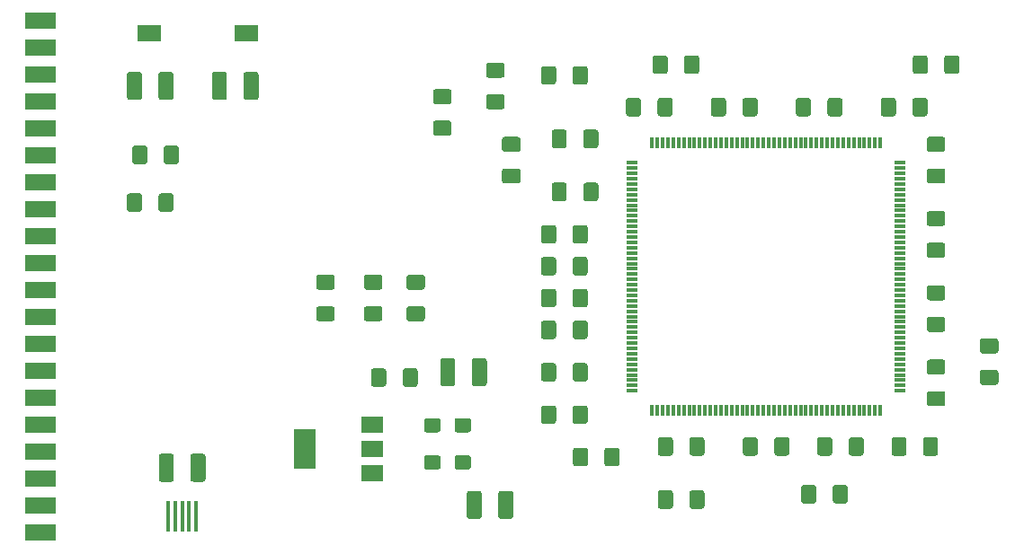
<source format=gtp>
%TF.GenerationSoftware,KiCad,Pcbnew,5.1.9+dfsg1-1~bpo10+1*%
%TF.CreationDate,2021-03-25T14:45:09+01:00*%
%TF.ProjectId,stduinof429,73746475-696e-46f6-9634-32392e6b6963,rev?*%
%TF.SameCoordinates,Original*%
%TF.FileFunction,Paste,Top*%
%TF.FilePolarity,Positive*%
%FSLAX46Y46*%
G04 Gerber Fmt 4.6, Leading zero omitted, Abs format (unit mm)*
G04 Created by KiCad (PCBNEW 5.1.9+dfsg1-1~bpo10+1) date 2021-03-25 14:45:09*
%MOMM*%
%LPD*%
G01*
G04 APERTURE LIST*
%ADD10R,3.000000X1.524000*%
%ADD11R,2.180000X1.600000*%
%ADD12R,0.400000X3.000000*%
%ADD13R,2.000000X3.800000*%
%ADD14R,2.000000X1.500000*%
%ADD15R,1.120000X0.300000*%
%ADD16R,0.300000X1.120000*%
G04 APERTURE END LIST*
D10*
X88646000Y-75235000D03*
X88646000Y-77775000D03*
X88646000Y-80315000D03*
X88646000Y-82855000D03*
X88646000Y-85395000D03*
X88646000Y-87935000D03*
X88646000Y-90475000D03*
X88646000Y-93015000D03*
X88646000Y-95555000D03*
X88646000Y-98095000D03*
X88646000Y-100635000D03*
X88646000Y-103175000D03*
X88646000Y-105715000D03*
X88646000Y-108255000D03*
X88646000Y-110795000D03*
X88646000Y-113335000D03*
X88646000Y-115875000D03*
X88646000Y-118415000D03*
X88646000Y-120955000D03*
X88646000Y-123495000D03*
D11*
X108088000Y-76365000D03*
X98908000Y-76365000D03*
D12*
X103297100Y-121975000D03*
X102647100Y-121975000D03*
X101997100Y-121975000D03*
X101347100Y-121975000D03*
X100692440Y-121974860D03*
D13*
X113563000Y-115570000D03*
D14*
X119863000Y-115570000D03*
X119863000Y-113270000D03*
X119863000Y-117870000D03*
G36*
G01*
X173773000Y-79990000D02*
X173773000Y-78740000D01*
G75*
G02*
X174023000Y-78490000I250000J0D01*
G01*
X174948000Y-78490000D01*
G75*
G02*
X175198000Y-78740000I0J-250000D01*
G01*
X175198000Y-79990000D01*
G75*
G02*
X174948000Y-80240000I-250000J0D01*
G01*
X174023000Y-80240000D01*
G75*
G02*
X173773000Y-79990000I0J250000D01*
G01*
G37*
G36*
G01*
X170798000Y-79990000D02*
X170798000Y-78740000D01*
G75*
G02*
X171048000Y-78490000I250000J0D01*
G01*
X171973000Y-78490000D01*
G75*
G02*
X172223000Y-78740000I0J-250000D01*
G01*
X172223000Y-79990000D01*
G75*
G02*
X171973000Y-80240000I-250000J0D01*
G01*
X171048000Y-80240000D01*
G75*
G02*
X170798000Y-79990000I0J250000D01*
G01*
G37*
G36*
G01*
X166198000Y-114740000D02*
X166198000Y-115990000D01*
G75*
G02*
X165948000Y-116240000I-250000J0D01*
G01*
X165023000Y-116240000D01*
G75*
G02*
X164773000Y-115990000I0J250000D01*
G01*
X164773000Y-114740000D01*
G75*
G02*
X165023000Y-114490000I250000J0D01*
G01*
X165948000Y-114490000D01*
G75*
G02*
X166198000Y-114740000I0J-250000D01*
G01*
G37*
G36*
G01*
X163223000Y-114740000D02*
X163223000Y-115990000D01*
G75*
G02*
X162973000Y-116240000I-250000J0D01*
G01*
X162048000Y-116240000D01*
G75*
G02*
X161798000Y-115990000I0J250000D01*
G01*
X161798000Y-114740000D01*
G75*
G02*
X162048000Y-114490000I250000J0D01*
G01*
X162973000Y-114490000D01*
G75*
G02*
X163223000Y-114740000I0J-250000D01*
G01*
G37*
G36*
G01*
X139773000Y-86990000D02*
X139773000Y-85740000D01*
G75*
G02*
X140023000Y-85490000I250000J0D01*
G01*
X140948000Y-85490000D01*
G75*
G02*
X141198000Y-85740000I0J-250000D01*
G01*
X141198000Y-86990000D01*
G75*
G02*
X140948000Y-87240000I-250000J0D01*
G01*
X140023000Y-87240000D01*
G75*
G02*
X139773000Y-86990000I0J250000D01*
G01*
G37*
G36*
G01*
X136798000Y-86990000D02*
X136798000Y-85740000D01*
G75*
G02*
X137048000Y-85490000I250000J0D01*
G01*
X137973000Y-85490000D01*
G75*
G02*
X138223000Y-85740000I0J-250000D01*
G01*
X138223000Y-86990000D01*
G75*
G02*
X137973000Y-87240000I-250000J0D01*
G01*
X137048000Y-87240000D01*
G75*
G02*
X136798000Y-86990000I0J250000D01*
G01*
G37*
G36*
G01*
X143798000Y-83990000D02*
X143798000Y-82740000D01*
G75*
G02*
X144048000Y-82490000I250000J0D01*
G01*
X144973000Y-82490000D01*
G75*
G02*
X145223000Y-82740000I0J-250000D01*
G01*
X145223000Y-83990000D01*
G75*
G02*
X144973000Y-84240000I-250000J0D01*
G01*
X144048000Y-84240000D01*
G75*
G02*
X143798000Y-83990000I0J250000D01*
G01*
G37*
G36*
G01*
X146773000Y-83990000D02*
X146773000Y-82740000D01*
G75*
G02*
X147023000Y-82490000I250000J0D01*
G01*
X147948000Y-82490000D01*
G75*
G02*
X148198000Y-82740000I0J-250000D01*
G01*
X148198000Y-83990000D01*
G75*
G02*
X147948000Y-84240000I-250000J0D01*
G01*
X147023000Y-84240000D01*
G75*
G02*
X146773000Y-83990000I0J250000D01*
G01*
G37*
G36*
G01*
X153223000Y-82740000D02*
X153223000Y-83990000D01*
G75*
G02*
X152973000Y-84240000I-250000J0D01*
G01*
X152048000Y-84240000D01*
G75*
G02*
X151798000Y-83990000I0J250000D01*
G01*
X151798000Y-82740000D01*
G75*
G02*
X152048000Y-82490000I250000J0D01*
G01*
X152973000Y-82490000D01*
G75*
G02*
X153223000Y-82740000I0J-250000D01*
G01*
G37*
G36*
G01*
X156198000Y-82740000D02*
X156198000Y-83990000D01*
G75*
G02*
X155948000Y-84240000I-250000J0D01*
G01*
X155023000Y-84240000D01*
G75*
G02*
X154773000Y-83990000I0J250000D01*
G01*
X154773000Y-82740000D01*
G75*
G02*
X155023000Y-82490000I250000J0D01*
G01*
X155948000Y-82490000D01*
G75*
G02*
X156198000Y-82740000I0J-250000D01*
G01*
G37*
G36*
G01*
X159798000Y-83990000D02*
X159798000Y-82740000D01*
G75*
G02*
X160048000Y-82490000I250000J0D01*
G01*
X160973000Y-82490000D01*
G75*
G02*
X161223000Y-82740000I0J-250000D01*
G01*
X161223000Y-83990000D01*
G75*
G02*
X160973000Y-84240000I-250000J0D01*
G01*
X160048000Y-84240000D01*
G75*
G02*
X159798000Y-83990000I0J250000D01*
G01*
G37*
G36*
G01*
X162773000Y-83990000D02*
X162773000Y-82740000D01*
G75*
G02*
X163023000Y-82490000I250000J0D01*
G01*
X163948000Y-82490000D01*
G75*
G02*
X164198000Y-82740000I0J-250000D01*
G01*
X164198000Y-83990000D01*
G75*
G02*
X163948000Y-84240000I-250000J0D01*
G01*
X163023000Y-84240000D01*
G75*
G02*
X162773000Y-83990000I0J250000D01*
G01*
G37*
G36*
G01*
X169223000Y-82740000D02*
X169223000Y-83990000D01*
G75*
G02*
X168973000Y-84240000I-250000J0D01*
G01*
X168048000Y-84240000D01*
G75*
G02*
X167798000Y-83990000I0J250000D01*
G01*
X167798000Y-82740000D01*
G75*
G02*
X168048000Y-82490000I250000J0D01*
G01*
X168973000Y-82490000D01*
G75*
G02*
X169223000Y-82740000I0J-250000D01*
G01*
G37*
G36*
G01*
X172198000Y-82740000D02*
X172198000Y-83990000D01*
G75*
G02*
X171948000Y-84240000I-250000J0D01*
G01*
X171023000Y-84240000D01*
G75*
G02*
X170773000Y-83990000I0J250000D01*
G01*
X170773000Y-82740000D01*
G75*
G02*
X171023000Y-82490000I250000J0D01*
G01*
X171948000Y-82490000D01*
G75*
G02*
X172198000Y-82740000I0J-250000D01*
G01*
G37*
G36*
G01*
X173623000Y-90565000D02*
X172373000Y-90565000D01*
G75*
G02*
X172123000Y-90315000I0J250000D01*
G01*
X172123000Y-89390000D01*
G75*
G02*
X172373000Y-89140000I250000J0D01*
G01*
X173623000Y-89140000D01*
G75*
G02*
X173873000Y-89390000I0J-250000D01*
G01*
X173873000Y-90315000D01*
G75*
G02*
X173623000Y-90565000I-250000J0D01*
G01*
G37*
G36*
G01*
X173623000Y-87590000D02*
X172373000Y-87590000D01*
G75*
G02*
X172123000Y-87340000I0J250000D01*
G01*
X172123000Y-86415000D01*
G75*
G02*
X172373000Y-86165000I250000J0D01*
G01*
X173623000Y-86165000D01*
G75*
G02*
X173873000Y-86415000I0J-250000D01*
G01*
X173873000Y-87340000D01*
G75*
G02*
X173623000Y-87590000I-250000J0D01*
G01*
G37*
G36*
G01*
X172373000Y-96140000D02*
X173623000Y-96140000D01*
G75*
G02*
X173873000Y-96390000I0J-250000D01*
G01*
X173873000Y-97315000D01*
G75*
G02*
X173623000Y-97565000I-250000J0D01*
G01*
X172373000Y-97565000D01*
G75*
G02*
X172123000Y-97315000I0J250000D01*
G01*
X172123000Y-96390000D01*
G75*
G02*
X172373000Y-96140000I250000J0D01*
G01*
G37*
G36*
G01*
X172373000Y-93165000D02*
X173623000Y-93165000D01*
G75*
G02*
X173873000Y-93415000I0J-250000D01*
G01*
X173873000Y-94340000D01*
G75*
G02*
X173623000Y-94590000I-250000J0D01*
G01*
X172373000Y-94590000D01*
G75*
G02*
X172123000Y-94340000I0J250000D01*
G01*
X172123000Y-93415000D01*
G75*
G02*
X172373000Y-93165000I250000J0D01*
G01*
G37*
G36*
G01*
X172373000Y-100165000D02*
X173623000Y-100165000D01*
G75*
G02*
X173873000Y-100415000I0J-250000D01*
G01*
X173873000Y-101340000D01*
G75*
G02*
X173623000Y-101590000I-250000J0D01*
G01*
X172373000Y-101590000D01*
G75*
G02*
X172123000Y-101340000I0J250000D01*
G01*
X172123000Y-100415000D01*
G75*
G02*
X172373000Y-100165000I250000J0D01*
G01*
G37*
G36*
G01*
X172373000Y-103140000D02*
X173623000Y-103140000D01*
G75*
G02*
X173873000Y-103390000I0J-250000D01*
G01*
X173873000Y-104315000D01*
G75*
G02*
X173623000Y-104565000I-250000J0D01*
G01*
X172373000Y-104565000D01*
G75*
G02*
X172123000Y-104315000I0J250000D01*
G01*
X172123000Y-103390000D01*
G75*
G02*
X172373000Y-103140000I250000J0D01*
G01*
G37*
G36*
G01*
X173623000Y-108590000D02*
X172373000Y-108590000D01*
G75*
G02*
X172123000Y-108340000I0J250000D01*
G01*
X172123000Y-107415000D01*
G75*
G02*
X172373000Y-107165000I250000J0D01*
G01*
X173623000Y-107165000D01*
G75*
G02*
X173873000Y-107415000I0J-250000D01*
G01*
X173873000Y-108340000D01*
G75*
G02*
X173623000Y-108590000I-250000J0D01*
G01*
G37*
G36*
G01*
X173623000Y-111565000D02*
X172373000Y-111565000D01*
G75*
G02*
X172123000Y-111315000I0J250000D01*
G01*
X172123000Y-110390000D01*
G75*
G02*
X172373000Y-110140000I250000J0D01*
G01*
X173623000Y-110140000D01*
G75*
G02*
X173873000Y-110390000I0J-250000D01*
G01*
X173873000Y-111315000D01*
G75*
G02*
X173623000Y-111565000I-250000J0D01*
G01*
G37*
G36*
G01*
X135798000Y-104990000D02*
X135798000Y-103740000D01*
G75*
G02*
X136048000Y-103490000I250000J0D01*
G01*
X136973000Y-103490000D01*
G75*
G02*
X137223000Y-103740000I0J-250000D01*
G01*
X137223000Y-104990000D01*
G75*
G02*
X136973000Y-105240000I-250000J0D01*
G01*
X136048000Y-105240000D01*
G75*
G02*
X135798000Y-104990000I0J250000D01*
G01*
G37*
G36*
G01*
X138773000Y-104990000D02*
X138773000Y-103740000D01*
G75*
G02*
X139023000Y-103490000I250000J0D01*
G01*
X139948000Y-103490000D01*
G75*
G02*
X140198000Y-103740000I0J-250000D01*
G01*
X140198000Y-104990000D01*
G75*
G02*
X139948000Y-105240000I-250000J0D01*
G01*
X139023000Y-105240000D01*
G75*
G02*
X138773000Y-104990000I0J250000D01*
G01*
G37*
G36*
G01*
X139773000Y-91990000D02*
X139773000Y-90740000D01*
G75*
G02*
X140023000Y-90490000I250000J0D01*
G01*
X140948000Y-90490000D01*
G75*
G02*
X141198000Y-90740000I0J-250000D01*
G01*
X141198000Y-91990000D01*
G75*
G02*
X140948000Y-92240000I-250000J0D01*
G01*
X140023000Y-92240000D01*
G75*
G02*
X139773000Y-91990000I0J250000D01*
G01*
G37*
G36*
G01*
X136798000Y-91990000D02*
X136798000Y-90740000D01*
G75*
G02*
X137048000Y-90490000I250000J0D01*
G01*
X137973000Y-90490000D01*
G75*
G02*
X138223000Y-90740000I0J-250000D01*
G01*
X138223000Y-91990000D01*
G75*
G02*
X137973000Y-92240000I-250000J0D01*
G01*
X137048000Y-92240000D01*
G75*
G02*
X136798000Y-91990000I0J250000D01*
G01*
G37*
G36*
G01*
X160298000Y-120490000D02*
X160298000Y-119240000D01*
G75*
G02*
X160548000Y-118990000I250000J0D01*
G01*
X161473000Y-118990000D01*
G75*
G02*
X161723000Y-119240000I0J-250000D01*
G01*
X161723000Y-120490000D01*
G75*
G02*
X161473000Y-120740000I-250000J0D01*
G01*
X160548000Y-120740000D01*
G75*
G02*
X160298000Y-120490000I0J250000D01*
G01*
G37*
G36*
G01*
X163273000Y-120490000D02*
X163273000Y-119240000D01*
G75*
G02*
X163523000Y-118990000I250000J0D01*
G01*
X164448000Y-118990000D01*
G75*
G02*
X164698000Y-119240000I0J-250000D01*
G01*
X164698000Y-120490000D01*
G75*
G02*
X164448000Y-120740000I-250000J0D01*
G01*
X163523000Y-120740000D01*
G75*
G02*
X163273000Y-120490000I0J250000D01*
G01*
G37*
G36*
G01*
X132373000Y-89140000D02*
X133623000Y-89140000D01*
G75*
G02*
X133873000Y-89390000I0J-250000D01*
G01*
X133873000Y-90315000D01*
G75*
G02*
X133623000Y-90565000I-250000J0D01*
G01*
X132373000Y-90565000D01*
G75*
G02*
X132123000Y-90315000I0J250000D01*
G01*
X132123000Y-89390000D01*
G75*
G02*
X132373000Y-89140000I250000J0D01*
G01*
G37*
G36*
G01*
X132373000Y-86165000D02*
X133623000Y-86165000D01*
G75*
G02*
X133873000Y-86415000I0J-250000D01*
G01*
X133873000Y-87340000D01*
G75*
G02*
X133623000Y-87590000I-250000J0D01*
G01*
X132373000Y-87590000D01*
G75*
G02*
X132123000Y-87340000I0J250000D01*
G01*
X132123000Y-86415000D01*
G75*
G02*
X132373000Y-86165000I250000J0D01*
G01*
G37*
G36*
G01*
X138798000Y-116990000D02*
X138798000Y-115740000D01*
G75*
G02*
X139048000Y-115490000I250000J0D01*
G01*
X139973000Y-115490000D01*
G75*
G02*
X140223000Y-115740000I0J-250000D01*
G01*
X140223000Y-116990000D01*
G75*
G02*
X139973000Y-117240000I-250000J0D01*
G01*
X139048000Y-117240000D01*
G75*
G02*
X138798000Y-116990000I0J250000D01*
G01*
G37*
G36*
G01*
X141773000Y-116990000D02*
X141773000Y-115740000D01*
G75*
G02*
X142023000Y-115490000I250000J0D01*
G01*
X142948000Y-115490000D01*
G75*
G02*
X143198000Y-115740000I0J-250000D01*
G01*
X143198000Y-116990000D01*
G75*
G02*
X142948000Y-117240000I-250000J0D01*
G01*
X142023000Y-117240000D01*
G75*
G02*
X141773000Y-116990000I0J250000D01*
G01*
G37*
G36*
G01*
X138773000Y-112990000D02*
X138773000Y-111740000D01*
G75*
G02*
X139023000Y-111490000I250000J0D01*
G01*
X139948000Y-111490000D01*
G75*
G02*
X140198000Y-111740000I0J-250000D01*
G01*
X140198000Y-112990000D01*
G75*
G02*
X139948000Y-113240000I-250000J0D01*
G01*
X139023000Y-113240000D01*
G75*
G02*
X138773000Y-112990000I0J250000D01*
G01*
G37*
G36*
G01*
X135798000Y-112990000D02*
X135798000Y-111740000D01*
G75*
G02*
X136048000Y-111490000I250000J0D01*
G01*
X136973000Y-111490000D01*
G75*
G02*
X137223000Y-111740000I0J-250000D01*
G01*
X137223000Y-112990000D01*
G75*
G02*
X136973000Y-113240000I-250000J0D01*
G01*
X136048000Y-113240000D01*
G75*
G02*
X135798000Y-112990000I0J250000D01*
G01*
G37*
G36*
G01*
X135798000Y-108990000D02*
X135798000Y-107740000D01*
G75*
G02*
X136048000Y-107490000I250000J0D01*
G01*
X136973000Y-107490000D01*
G75*
G02*
X137223000Y-107740000I0J-250000D01*
G01*
X137223000Y-108990000D01*
G75*
G02*
X136973000Y-109240000I-250000J0D01*
G01*
X136048000Y-109240000D01*
G75*
G02*
X135798000Y-108990000I0J250000D01*
G01*
G37*
G36*
G01*
X138773000Y-108990000D02*
X138773000Y-107740000D01*
G75*
G02*
X139023000Y-107490000I250000J0D01*
G01*
X139948000Y-107490000D01*
G75*
G02*
X140198000Y-107740000I0J-250000D01*
G01*
X140198000Y-108990000D01*
G75*
G02*
X139948000Y-109240000I-250000J0D01*
G01*
X139023000Y-109240000D01*
G75*
G02*
X138773000Y-108990000I0J250000D01*
G01*
G37*
G36*
G01*
X148223000Y-114740000D02*
X148223000Y-115990000D01*
G75*
G02*
X147973000Y-116240000I-250000J0D01*
G01*
X147048000Y-116240000D01*
G75*
G02*
X146798000Y-115990000I0J250000D01*
G01*
X146798000Y-114740000D01*
G75*
G02*
X147048000Y-114490000I250000J0D01*
G01*
X147973000Y-114490000D01*
G75*
G02*
X148223000Y-114740000I0J-250000D01*
G01*
G37*
G36*
G01*
X151198000Y-114740000D02*
X151198000Y-115990000D01*
G75*
G02*
X150948000Y-116240000I-250000J0D01*
G01*
X150023000Y-116240000D01*
G75*
G02*
X149773000Y-115990000I0J250000D01*
G01*
X149773000Y-114740000D01*
G75*
G02*
X150023000Y-114490000I250000J0D01*
G01*
X150948000Y-114490000D01*
G75*
G02*
X151198000Y-114740000I0J-250000D01*
G01*
G37*
G36*
G01*
X154798000Y-115990000D02*
X154798000Y-114740000D01*
G75*
G02*
X155048000Y-114490000I250000J0D01*
G01*
X155973000Y-114490000D01*
G75*
G02*
X156223000Y-114740000I0J-250000D01*
G01*
X156223000Y-115990000D01*
G75*
G02*
X155973000Y-116240000I-250000J0D01*
G01*
X155048000Y-116240000D01*
G75*
G02*
X154798000Y-115990000I0J250000D01*
G01*
G37*
G36*
G01*
X157773000Y-115990000D02*
X157773000Y-114740000D01*
G75*
G02*
X158023000Y-114490000I250000J0D01*
G01*
X158948000Y-114490000D01*
G75*
G02*
X159198000Y-114740000I0J-250000D01*
G01*
X159198000Y-115990000D01*
G75*
G02*
X158948000Y-116240000I-250000J0D01*
G01*
X158023000Y-116240000D01*
G75*
G02*
X157773000Y-115990000I0J250000D01*
G01*
G37*
G36*
G01*
X138773000Y-95990000D02*
X138773000Y-94740000D01*
G75*
G02*
X139023000Y-94490000I250000J0D01*
G01*
X139948000Y-94490000D01*
G75*
G02*
X140198000Y-94740000I0J-250000D01*
G01*
X140198000Y-95990000D01*
G75*
G02*
X139948000Y-96240000I-250000J0D01*
G01*
X139023000Y-96240000D01*
G75*
G02*
X138773000Y-95990000I0J250000D01*
G01*
G37*
G36*
G01*
X135798000Y-95990000D02*
X135798000Y-94740000D01*
G75*
G02*
X136048000Y-94490000I250000J0D01*
G01*
X136973000Y-94490000D01*
G75*
G02*
X137223000Y-94740000I0J-250000D01*
G01*
X137223000Y-95990000D01*
G75*
G02*
X136973000Y-96240000I-250000J0D01*
G01*
X136048000Y-96240000D01*
G75*
G02*
X135798000Y-95990000I0J250000D01*
G01*
G37*
G36*
G01*
X168798000Y-115990000D02*
X168798000Y-114740000D01*
G75*
G02*
X169048000Y-114490000I250000J0D01*
G01*
X169973000Y-114490000D01*
G75*
G02*
X170223000Y-114740000I0J-250000D01*
G01*
X170223000Y-115990000D01*
G75*
G02*
X169973000Y-116240000I-250000J0D01*
G01*
X169048000Y-116240000D01*
G75*
G02*
X168798000Y-115990000I0J250000D01*
G01*
G37*
G36*
G01*
X171773000Y-115990000D02*
X171773000Y-114740000D01*
G75*
G02*
X172023000Y-114490000I250000J0D01*
G01*
X172948000Y-114490000D01*
G75*
G02*
X173198000Y-114740000I0J-250000D01*
G01*
X173198000Y-115990000D01*
G75*
G02*
X172948000Y-116240000I-250000J0D01*
G01*
X172023000Y-116240000D01*
G75*
G02*
X171773000Y-115990000I0J250000D01*
G01*
G37*
G36*
G01*
X128798000Y-121940000D02*
X128798000Y-119790000D01*
G75*
G02*
X129048000Y-119540000I250000J0D01*
G01*
X129973000Y-119540000D01*
G75*
G02*
X130223000Y-119790000I0J-250000D01*
G01*
X130223000Y-121940000D01*
G75*
G02*
X129973000Y-122190000I-250000J0D01*
G01*
X129048000Y-122190000D01*
G75*
G02*
X128798000Y-121940000I0J250000D01*
G01*
G37*
G36*
G01*
X131773000Y-121940000D02*
X131773000Y-119790000D01*
G75*
G02*
X132023000Y-119540000I250000J0D01*
G01*
X132948000Y-119540000D01*
G75*
G02*
X133198000Y-119790000I0J-250000D01*
G01*
X133198000Y-121940000D01*
G75*
G02*
X132948000Y-122190000I-250000J0D01*
G01*
X132023000Y-122190000D01*
G75*
G02*
X131773000Y-121940000I0J250000D01*
G01*
G37*
G36*
G01*
X98223000Y-80290000D02*
X98223000Y-82440000D01*
G75*
G02*
X97973000Y-82690000I-250000J0D01*
G01*
X97048000Y-82690000D01*
G75*
G02*
X96798000Y-82440000I0J250000D01*
G01*
X96798000Y-80290000D01*
G75*
G02*
X97048000Y-80040000I250000J0D01*
G01*
X97973000Y-80040000D01*
G75*
G02*
X98223000Y-80290000I0J-250000D01*
G01*
G37*
G36*
G01*
X101198000Y-80290000D02*
X101198000Y-82440000D01*
G75*
G02*
X100948000Y-82690000I-250000J0D01*
G01*
X100023000Y-82690000D01*
G75*
G02*
X99773000Y-82440000I0J250000D01*
G01*
X99773000Y-80290000D01*
G75*
G02*
X100023000Y-80040000I250000J0D01*
G01*
X100948000Y-80040000D01*
G75*
G02*
X101198000Y-80290000I0J-250000D01*
G01*
G37*
G36*
G01*
X99798000Y-118440000D02*
X99798000Y-116290000D01*
G75*
G02*
X100048000Y-116040000I250000J0D01*
G01*
X100973000Y-116040000D01*
G75*
G02*
X101223000Y-116290000I0J-250000D01*
G01*
X101223000Y-118440000D01*
G75*
G02*
X100973000Y-118690000I-250000J0D01*
G01*
X100048000Y-118690000D01*
G75*
G02*
X99798000Y-118440000I0J250000D01*
G01*
G37*
G36*
G01*
X102773000Y-118440000D02*
X102773000Y-116290000D01*
G75*
G02*
X103023000Y-116040000I250000J0D01*
G01*
X103948000Y-116040000D01*
G75*
G02*
X104198000Y-116290000I0J-250000D01*
G01*
X104198000Y-118440000D01*
G75*
G02*
X103948000Y-118690000I-250000J0D01*
G01*
X103023000Y-118690000D01*
G75*
G02*
X102773000Y-118440000I0J250000D01*
G01*
G37*
G36*
G01*
X127648000Y-117290001D02*
X127648000Y-116439999D01*
G75*
G02*
X127897999Y-116190000I249999J0D01*
G01*
X128973001Y-116190000D01*
G75*
G02*
X129223000Y-116439999I0J-249999D01*
G01*
X129223000Y-117290001D01*
G75*
G02*
X128973001Y-117540000I-249999J0D01*
G01*
X127897999Y-117540000D01*
G75*
G02*
X127648000Y-117290001I0J249999D01*
G01*
G37*
G36*
G01*
X124773000Y-117290001D02*
X124773000Y-116439999D01*
G75*
G02*
X125022999Y-116190000I249999J0D01*
G01*
X126098001Y-116190000D01*
G75*
G02*
X126348000Y-116439999I0J-249999D01*
G01*
X126348000Y-117290001D01*
G75*
G02*
X126098001Y-117540000I-249999J0D01*
G01*
X125022999Y-117540000D01*
G75*
G02*
X124773000Y-117290001I0J249999D01*
G01*
G37*
G36*
G01*
X124773000Y-113790001D02*
X124773000Y-112939999D01*
G75*
G02*
X125022999Y-112690000I249999J0D01*
G01*
X126098001Y-112690000D01*
G75*
G02*
X126348000Y-112939999I0J-249999D01*
G01*
X126348000Y-113790001D01*
G75*
G02*
X126098001Y-114040000I-249999J0D01*
G01*
X125022999Y-114040000D01*
G75*
G02*
X124773000Y-113790001I0J249999D01*
G01*
G37*
G36*
G01*
X127648000Y-113790001D02*
X127648000Y-112939999D01*
G75*
G02*
X127897999Y-112690000I249999J0D01*
G01*
X128973001Y-112690000D01*
G75*
G02*
X129223000Y-112939999I0J-249999D01*
G01*
X129223000Y-113790001D01*
G75*
G02*
X128973001Y-114040000I-249999J0D01*
G01*
X127897999Y-114040000D01*
G75*
G02*
X127648000Y-113790001I0J249999D01*
G01*
G37*
G36*
G01*
X99773000Y-92990000D02*
X99773000Y-91740000D01*
G75*
G02*
X100023000Y-91490000I250000J0D01*
G01*
X100948000Y-91490000D01*
G75*
G02*
X101198000Y-91740000I0J-250000D01*
G01*
X101198000Y-92990000D01*
G75*
G02*
X100948000Y-93240000I-250000J0D01*
G01*
X100023000Y-93240000D01*
G75*
G02*
X99773000Y-92990000I0J250000D01*
G01*
G37*
G36*
G01*
X96798000Y-92990000D02*
X96798000Y-91740000D01*
G75*
G02*
X97048000Y-91490000I250000J0D01*
G01*
X97973000Y-91490000D01*
G75*
G02*
X98223000Y-91740000I0J-250000D01*
G01*
X98223000Y-92990000D01*
G75*
G02*
X97973000Y-93240000I-250000J0D01*
G01*
X97048000Y-93240000D01*
G75*
G02*
X96798000Y-92990000I0J250000D01*
G01*
G37*
G36*
G01*
X119798000Y-109490000D02*
X119798000Y-108240000D01*
G75*
G02*
X120048000Y-107990000I250000J0D01*
G01*
X120973000Y-107990000D01*
G75*
G02*
X121223000Y-108240000I0J-250000D01*
G01*
X121223000Y-109490000D01*
G75*
G02*
X120973000Y-109740000I-250000J0D01*
G01*
X120048000Y-109740000D01*
G75*
G02*
X119798000Y-109490000I0J250000D01*
G01*
G37*
G36*
G01*
X122773000Y-109490000D02*
X122773000Y-108240000D01*
G75*
G02*
X123023000Y-107990000I250000J0D01*
G01*
X123948000Y-107990000D01*
G75*
G02*
X124198000Y-108240000I0J-250000D01*
G01*
X124198000Y-109490000D01*
G75*
G02*
X123948000Y-109740000I-250000J0D01*
G01*
X123023000Y-109740000D01*
G75*
G02*
X122773000Y-109490000I0J250000D01*
G01*
G37*
D15*
X144378000Y-88615000D03*
X144378000Y-89115000D03*
X144378000Y-89615000D03*
X144378000Y-90115000D03*
X144378000Y-90615000D03*
X144378000Y-91115000D03*
X144378000Y-91615000D03*
X144378000Y-92115000D03*
X144378000Y-92615000D03*
X144378000Y-93115000D03*
X144378000Y-93615000D03*
X144378000Y-94115000D03*
X144378000Y-94615000D03*
X144378000Y-95115000D03*
X144378000Y-95615000D03*
X144378000Y-96115000D03*
X144378000Y-96615000D03*
X144378000Y-97115000D03*
X144378000Y-97615000D03*
X144378000Y-98115000D03*
X144378000Y-98615000D03*
X144378000Y-99115000D03*
X144378000Y-99615000D03*
X144378000Y-100115000D03*
X144378000Y-100615000D03*
X144378000Y-101115000D03*
X144378000Y-101615000D03*
X144378000Y-102115000D03*
X144378000Y-102615000D03*
X144378000Y-103115000D03*
X144378000Y-103615000D03*
X144378000Y-104115000D03*
X144378000Y-104615000D03*
X144378000Y-105115000D03*
X144378000Y-105615000D03*
X144378000Y-106115000D03*
X144378000Y-106615000D03*
X144378000Y-107115000D03*
X144378000Y-107615000D03*
X144378000Y-108115000D03*
X144378000Y-108615000D03*
X144378000Y-109115000D03*
X144378000Y-109615000D03*
X144378000Y-110115000D03*
D16*
X146248000Y-111985000D03*
X146748000Y-111985000D03*
X147248000Y-111985000D03*
X147748000Y-111985000D03*
X148248000Y-111985000D03*
X148748000Y-111985000D03*
X149248000Y-111985000D03*
X149748000Y-111985000D03*
X150248000Y-111985000D03*
X150748000Y-111985000D03*
X151248000Y-111985000D03*
X151748000Y-111985000D03*
X152248000Y-111985000D03*
X152748000Y-111985000D03*
X153248000Y-111985000D03*
X153748000Y-111985000D03*
X154248000Y-111985000D03*
X154748000Y-111985000D03*
X155248000Y-111985000D03*
X155748000Y-111985000D03*
X156248000Y-111985000D03*
X156748000Y-111985000D03*
X157248000Y-111985000D03*
X157748000Y-111985000D03*
X158248000Y-111985000D03*
X158748000Y-111985000D03*
X159248000Y-111985000D03*
X159748000Y-111985000D03*
X160248000Y-111985000D03*
X160748000Y-111985000D03*
X161248000Y-111985000D03*
X161748000Y-111985000D03*
X162248000Y-111985000D03*
X162748000Y-111985000D03*
X163248000Y-111985000D03*
X163748000Y-111985000D03*
X164248000Y-111985000D03*
X164748000Y-111985000D03*
X165248000Y-111985000D03*
X165748000Y-111985000D03*
X166248000Y-111985000D03*
X166748000Y-111985000D03*
X167248000Y-111985000D03*
X167748000Y-111985000D03*
D15*
X169618000Y-110115000D03*
X169618000Y-109615000D03*
X169618000Y-109115000D03*
X169618000Y-108615000D03*
X169618000Y-108115000D03*
X169618000Y-107615000D03*
X169618000Y-107115000D03*
X169618000Y-106615000D03*
X169618000Y-106115000D03*
X169618000Y-105615000D03*
X169618000Y-105115000D03*
X169618000Y-104615000D03*
X169618000Y-104115000D03*
X169618000Y-103615000D03*
X169618000Y-103115000D03*
X169618000Y-102615000D03*
X169618000Y-102115000D03*
X169618000Y-101615000D03*
X169618000Y-101115000D03*
X169618000Y-100615000D03*
X169618000Y-100115000D03*
X169618000Y-99615000D03*
X169618000Y-99115000D03*
X169618000Y-98615000D03*
X169618000Y-98115000D03*
X169618000Y-97615000D03*
X169618000Y-97115000D03*
X169618000Y-96615000D03*
X169618000Y-96115000D03*
X169618000Y-95615000D03*
X169618000Y-95115000D03*
X169618000Y-94615000D03*
X169618000Y-94115000D03*
X169618000Y-93615000D03*
X169618000Y-93115000D03*
X169618000Y-92615000D03*
X169618000Y-92115000D03*
X169618000Y-91615000D03*
X169618000Y-91115000D03*
X169618000Y-90615000D03*
X169618000Y-90115000D03*
X169618000Y-89615000D03*
X169618000Y-89115000D03*
X169618000Y-88615000D03*
D16*
X167748000Y-86745000D03*
X167248000Y-86745000D03*
X166748000Y-86745000D03*
X166248000Y-86745000D03*
X165748000Y-86745000D03*
X165248000Y-86745000D03*
X164748000Y-86745000D03*
X164248000Y-86745000D03*
X163748000Y-86745000D03*
X163248000Y-86745000D03*
X162748000Y-86745000D03*
X162248000Y-86745000D03*
X161748000Y-86745000D03*
X161248000Y-86745000D03*
X160748000Y-86745000D03*
X160248000Y-86745000D03*
X159748000Y-86745000D03*
X159248000Y-86745000D03*
X158748000Y-86745000D03*
X158248000Y-86745000D03*
X157748000Y-86745000D03*
X157248000Y-86745000D03*
X156748000Y-86745000D03*
X156248000Y-86745000D03*
X155748000Y-86745000D03*
X155248000Y-86745000D03*
X154748000Y-86745000D03*
X154248000Y-86745000D03*
X153748000Y-86745000D03*
X153248000Y-86745000D03*
X152748000Y-86745000D03*
X152248000Y-86745000D03*
X151748000Y-86745000D03*
X151248000Y-86745000D03*
X150748000Y-86745000D03*
X150248000Y-86745000D03*
X149748000Y-86745000D03*
X149248000Y-86745000D03*
X148748000Y-86745000D03*
X148248000Y-86745000D03*
X147748000Y-86745000D03*
X147248000Y-86745000D03*
X146748000Y-86745000D03*
X146248000Y-86745000D03*
G36*
G01*
X123373000Y-102140000D02*
X124623000Y-102140000D01*
G75*
G02*
X124873000Y-102390000I0J-250000D01*
G01*
X124873000Y-103315000D01*
G75*
G02*
X124623000Y-103565000I-250000J0D01*
G01*
X123373000Y-103565000D01*
G75*
G02*
X123123000Y-103315000I0J250000D01*
G01*
X123123000Y-102390000D01*
G75*
G02*
X123373000Y-102140000I250000J0D01*
G01*
G37*
G36*
G01*
X123373000Y-99165000D02*
X124623000Y-99165000D01*
G75*
G02*
X124873000Y-99415000I0J-250000D01*
G01*
X124873000Y-100340000D01*
G75*
G02*
X124623000Y-100590000I-250000J0D01*
G01*
X123373000Y-100590000D01*
G75*
G02*
X123123000Y-100340000I0J250000D01*
G01*
X123123000Y-99415000D01*
G75*
G02*
X123373000Y-99165000I250000J0D01*
G01*
G37*
G36*
G01*
X140198000Y-100740000D02*
X140198000Y-101990000D01*
G75*
G02*
X139948000Y-102240000I-250000J0D01*
G01*
X139023000Y-102240000D01*
G75*
G02*
X138773000Y-101990000I0J250000D01*
G01*
X138773000Y-100740000D01*
G75*
G02*
X139023000Y-100490000I250000J0D01*
G01*
X139948000Y-100490000D01*
G75*
G02*
X140198000Y-100740000I0J-250000D01*
G01*
G37*
G36*
G01*
X137223000Y-100740000D02*
X137223000Y-101990000D01*
G75*
G02*
X136973000Y-102240000I-250000J0D01*
G01*
X136048000Y-102240000D01*
G75*
G02*
X135798000Y-101990000I0J250000D01*
G01*
X135798000Y-100740000D01*
G75*
G02*
X136048000Y-100490000I250000J0D01*
G01*
X136973000Y-100490000D01*
G75*
G02*
X137223000Y-100740000I0J-250000D01*
G01*
G37*
G36*
G01*
X130873000Y-82140000D02*
X132123000Y-82140000D01*
G75*
G02*
X132373000Y-82390000I0J-250000D01*
G01*
X132373000Y-83315000D01*
G75*
G02*
X132123000Y-83565000I-250000J0D01*
G01*
X130873000Y-83565000D01*
G75*
G02*
X130623000Y-83315000I0J250000D01*
G01*
X130623000Y-82390000D01*
G75*
G02*
X130873000Y-82140000I250000J0D01*
G01*
G37*
G36*
G01*
X130873000Y-79165000D02*
X132123000Y-79165000D01*
G75*
G02*
X132373000Y-79415000I0J-250000D01*
G01*
X132373000Y-80340000D01*
G75*
G02*
X132123000Y-80590000I-250000J0D01*
G01*
X130873000Y-80590000D01*
G75*
G02*
X130623000Y-80340000I0J250000D01*
G01*
X130623000Y-79415000D01*
G75*
G02*
X130873000Y-79165000I250000J0D01*
G01*
G37*
G36*
G01*
X125873000Y-81665000D02*
X127123000Y-81665000D01*
G75*
G02*
X127373000Y-81915000I0J-250000D01*
G01*
X127373000Y-82840000D01*
G75*
G02*
X127123000Y-83090000I-250000J0D01*
G01*
X125873000Y-83090000D01*
G75*
G02*
X125623000Y-82840000I0J250000D01*
G01*
X125623000Y-81915000D01*
G75*
G02*
X125873000Y-81665000I250000J0D01*
G01*
G37*
G36*
G01*
X125873000Y-84640000D02*
X127123000Y-84640000D01*
G75*
G02*
X127373000Y-84890000I0J-250000D01*
G01*
X127373000Y-85815000D01*
G75*
G02*
X127123000Y-86065000I-250000J0D01*
G01*
X125873000Y-86065000D01*
G75*
G02*
X125623000Y-85815000I0J250000D01*
G01*
X125623000Y-84890000D01*
G75*
G02*
X125873000Y-84640000I250000J0D01*
G01*
G37*
G36*
G01*
X178623000Y-106590000D02*
X177373000Y-106590000D01*
G75*
G02*
X177123000Y-106340000I0J250000D01*
G01*
X177123000Y-105415000D01*
G75*
G02*
X177373000Y-105165000I250000J0D01*
G01*
X178623000Y-105165000D01*
G75*
G02*
X178873000Y-105415000I0J-250000D01*
G01*
X178873000Y-106340000D01*
G75*
G02*
X178623000Y-106590000I-250000J0D01*
G01*
G37*
G36*
G01*
X178623000Y-109565000D02*
X177373000Y-109565000D01*
G75*
G02*
X177123000Y-109315000I0J250000D01*
G01*
X177123000Y-108390000D01*
G75*
G02*
X177373000Y-108140000I250000J0D01*
G01*
X178623000Y-108140000D01*
G75*
G02*
X178873000Y-108390000I0J-250000D01*
G01*
X178873000Y-109315000D01*
G75*
G02*
X178623000Y-109565000I-250000J0D01*
G01*
G37*
G36*
G01*
X120623000Y-103565000D02*
X119373000Y-103565000D01*
G75*
G02*
X119123000Y-103315000I0J250000D01*
G01*
X119123000Y-102390000D01*
G75*
G02*
X119373000Y-102140000I250000J0D01*
G01*
X120623000Y-102140000D01*
G75*
G02*
X120873000Y-102390000I0J-250000D01*
G01*
X120873000Y-103315000D01*
G75*
G02*
X120623000Y-103565000I-250000J0D01*
G01*
G37*
G36*
G01*
X120623000Y-100590000D02*
X119373000Y-100590000D01*
G75*
G02*
X119123000Y-100340000I0J250000D01*
G01*
X119123000Y-99415000D01*
G75*
G02*
X119373000Y-99165000I250000J0D01*
G01*
X120623000Y-99165000D01*
G75*
G02*
X120873000Y-99415000I0J-250000D01*
G01*
X120873000Y-100340000D01*
G75*
G02*
X120623000Y-100590000I-250000J0D01*
G01*
G37*
G36*
G01*
X147723000Y-78740000D02*
X147723000Y-79990000D01*
G75*
G02*
X147473000Y-80240000I-250000J0D01*
G01*
X146548000Y-80240000D01*
G75*
G02*
X146298000Y-79990000I0J250000D01*
G01*
X146298000Y-78740000D01*
G75*
G02*
X146548000Y-78490000I250000J0D01*
G01*
X147473000Y-78490000D01*
G75*
G02*
X147723000Y-78740000I0J-250000D01*
G01*
G37*
G36*
G01*
X150698000Y-78740000D02*
X150698000Y-79990000D01*
G75*
G02*
X150448000Y-80240000I-250000J0D01*
G01*
X149523000Y-80240000D01*
G75*
G02*
X149273000Y-79990000I0J250000D01*
G01*
X149273000Y-78740000D01*
G75*
G02*
X149523000Y-78490000I250000J0D01*
G01*
X150448000Y-78490000D01*
G75*
G02*
X150698000Y-78740000I0J-250000D01*
G01*
G37*
G36*
G01*
X146798000Y-120990000D02*
X146798000Y-119740000D01*
G75*
G02*
X147048000Y-119490000I250000J0D01*
G01*
X147973000Y-119490000D01*
G75*
G02*
X148223000Y-119740000I0J-250000D01*
G01*
X148223000Y-120990000D01*
G75*
G02*
X147973000Y-121240000I-250000J0D01*
G01*
X147048000Y-121240000D01*
G75*
G02*
X146798000Y-120990000I0J250000D01*
G01*
G37*
G36*
G01*
X149773000Y-120990000D02*
X149773000Y-119740000D01*
G75*
G02*
X150023000Y-119490000I250000J0D01*
G01*
X150948000Y-119490000D01*
G75*
G02*
X151198000Y-119740000I0J-250000D01*
G01*
X151198000Y-120990000D01*
G75*
G02*
X150948000Y-121240000I-250000J0D01*
G01*
X150023000Y-121240000D01*
G75*
G02*
X149773000Y-120990000I0J250000D01*
G01*
G37*
G36*
G01*
X116123000Y-100590000D02*
X114873000Y-100590000D01*
G75*
G02*
X114623000Y-100340000I0J250000D01*
G01*
X114623000Y-99415000D01*
G75*
G02*
X114873000Y-99165000I250000J0D01*
G01*
X116123000Y-99165000D01*
G75*
G02*
X116373000Y-99415000I0J-250000D01*
G01*
X116373000Y-100340000D01*
G75*
G02*
X116123000Y-100590000I-250000J0D01*
G01*
G37*
G36*
G01*
X116123000Y-103565000D02*
X114873000Y-103565000D01*
G75*
G02*
X114623000Y-103315000I0J250000D01*
G01*
X114623000Y-102390000D01*
G75*
G02*
X114873000Y-102140000I250000J0D01*
G01*
X116123000Y-102140000D01*
G75*
G02*
X116373000Y-102390000I0J-250000D01*
G01*
X116373000Y-103315000D01*
G75*
G02*
X116123000Y-103565000I-250000J0D01*
G01*
G37*
G36*
G01*
X140198000Y-79740000D02*
X140198000Y-80990000D01*
G75*
G02*
X139948000Y-81240000I-250000J0D01*
G01*
X139023000Y-81240000D01*
G75*
G02*
X138773000Y-80990000I0J250000D01*
G01*
X138773000Y-79740000D01*
G75*
G02*
X139023000Y-79490000I250000J0D01*
G01*
X139948000Y-79490000D01*
G75*
G02*
X140198000Y-79740000I0J-250000D01*
G01*
G37*
G36*
G01*
X137223000Y-79740000D02*
X137223000Y-80990000D01*
G75*
G02*
X136973000Y-81240000I-250000J0D01*
G01*
X136048000Y-81240000D01*
G75*
G02*
X135798000Y-80990000I0J250000D01*
G01*
X135798000Y-79740000D01*
G75*
G02*
X136048000Y-79490000I250000J0D01*
G01*
X136973000Y-79490000D01*
G75*
G02*
X137223000Y-79740000I0J-250000D01*
G01*
G37*
G36*
G01*
X100273000Y-88490000D02*
X100273000Y-87240000D01*
G75*
G02*
X100523000Y-86990000I250000J0D01*
G01*
X101448000Y-86990000D01*
G75*
G02*
X101698000Y-87240000I0J-250000D01*
G01*
X101698000Y-88490000D01*
G75*
G02*
X101448000Y-88740000I-250000J0D01*
G01*
X100523000Y-88740000D01*
G75*
G02*
X100273000Y-88490000I0J250000D01*
G01*
G37*
G36*
G01*
X97298000Y-88490000D02*
X97298000Y-87240000D01*
G75*
G02*
X97548000Y-86990000I250000J0D01*
G01*
X98473000Y-86990000D01*
G75*
G02*
X98723000Y-87240000I0J-250000D01*
G01*
X98723000Y-88490000D01*
G75*
G02*
X98473000Y-88740000I-250000J0D01*
G01*
X97548000Y-88740000D01*
G75*
G02*
X97298000Y-88490000I0J250000D01*
G01*
G37*
G36*
G01*
X140198000Y-97740000D02*
X140198000Y-98990000D01*
G75*
G02*
X139948000Y-99240000I-250000J0D01*
G01*
X139023000Y-99240000D01*
G75*
G02*
X138773000Y-98990000I0J250000D01*
G01*
X138773000Y-97740000D01*
G75*
G02*
X139023000Y-97490000I250000J0D01*
G01*
X139948000Y-97490000D01*
G75*
G02*
X140198000Y-97740000I0J-250000D01*
G01*
G37*
G36*
G01*
X137223000Y-97740000D02*
X137223000Y-98990000D01*
G75*
G02*
X136973000Y-99240000I-250000J0D01*
G01*
X136048000Y-99240000D01*
G75*
G02*
X135798000Y-98990000I0J250000D01*
G01*
X135798000Y-97740000D01*
G75*
G02*
X136048000Y-97490000I250000J0D01*
G01*
X136973000Y-97490000D01*
G75*
G02*
X137223000Y-97740000I0J-250000D01*
G01*
G37*
G36*
G01*
X106223000Y-80290000D02*
X106223000Y-82440000D01*
G75*
G02*
X105973000Y-82690000I-250000J0D01*
G01*
X105048000Y-82690000D01*
G75*
G02*
X104798000Y-82440000I0J250000D01*
G01*
X104798000Y-80290000D01*
G75*
G02*
X105048000Y-80040000I250000J0D01*
G01*
X105973000Y-80040000D01*
G75*
G02*
X106223000Y-80290000I0J-250000D01*
G01*
G37*
G36*
G01*
X109198000Y-80290000D02*
X109198000Y-82440000D01*
G75*
G02*
X108948000Y-82690000I-250000J0D01*
G01*
X108023000Y-82690000D01*
G75*
G02*
X107773000Y-82440000I0J250000D01*
G01*
X107773000Y-80290000D01*
G75*
G02*
X108023000Y-80040000I250000J0D01*
G01*
X108948000Y-80040000D01*
G75*
G02*
X109198000Y-80290000I0J-250000D01*
G01*
G37*
G36*
G01*
X130698000Y-107290000D02*
X130698000Y-109440000D01*
G75*
G02*
X130448000Y-109690000I-250000J0D01*
G01*
X129523000Y-109690000D01*
G75*
G02*
X129273000Y-109440000I0J250000D01*
G01*
X129273000Y-107290000D01*
G75*
G02*
X129523000Y-107040000I250000J0D01*
G01*
X130448000Y-107040000D01*
G75*
G02*
X130698000Y-107290000I0J-250000D01*
G01*
G37*
G36*
G01*
X127723000Y-107290000D02*
X127723000Y-109440000D01*
G75*
G02*
X127473000Y-109690000I-250000J0D01*
G01*
X126548000Y-109690000D01*
G75*
G02*
X126298000Y-109440000I0J250000D01*
G01*
X126298000Y-107290000D01*
G75*
G02*
X126548000Y-107040000I250000J0D01*
G01*
X127473000Y-107040000D01*
G75*
G02*
X127723000Y-107290000I0J-250000D01*
G01*
G37*
M02*

</source>
